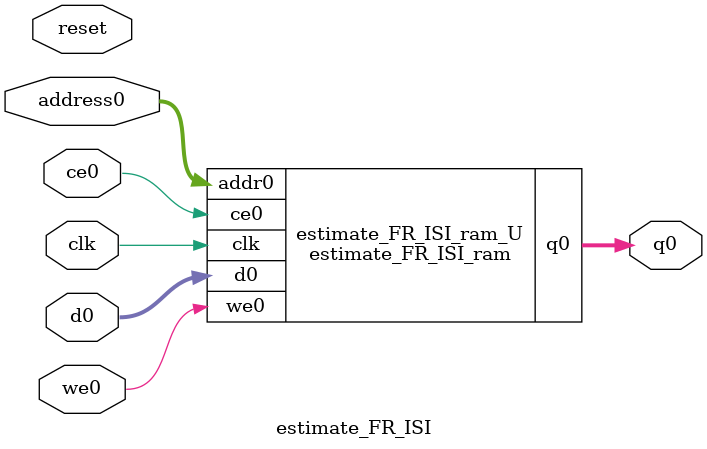
<source format=v>
`timescale 1 ns / 1 ps
module estimate_FR_ISI_ram (addr0, ce0, d0, we0, q0,  clk);

parameter DWIDTH = 64;
parameter AWIDTH = 7;
parameter MEM_SIZE = 74;

input[AWIDTH-1:0] addr0;
input ce0;
input[DWIDTH-1:0] d0;
input we0;
output reg[DWIDTH-1:0] q0;
input clk;

(* ram_style = "block" *)reg [DWIDTH-1:0] ram[0:MEM_SIZE-1];




always @(posedge clk)  
begin 
    if (ce0) 
    begin
        if (we0) 
        begin 
            ram[addr0] <= d0; 
        end 
        q0 <= ram[addr0];
    end
end


endmodule

`timescale 1 ns / 1 ps
module estimate_FR_ISI(
    reset,
    clk,
    address0,
    ce0,
    we0,
    d0,
    q0);

parameter DataWidth = 32'd64;
parameter AddressRange = 32'd74;
parameter AddressWidth = 32'd7;
input reset;
input clk;
input[AddressWidth - 1:0] address0;
input ce0;
input we0;
input[DataWidth - 1:0] d0;
output[DataWidth - 1:0] q0;



estimate_FR_ISI_ram estimate_FR_ISI_ram_U(
    .clk( clk ),
    .addr0( address0 ),
    .ce0( ce0 ),
    .we0( we0 ),
    .d0( d0 ),
    .q0( q0 ));

endmodule


</source>
